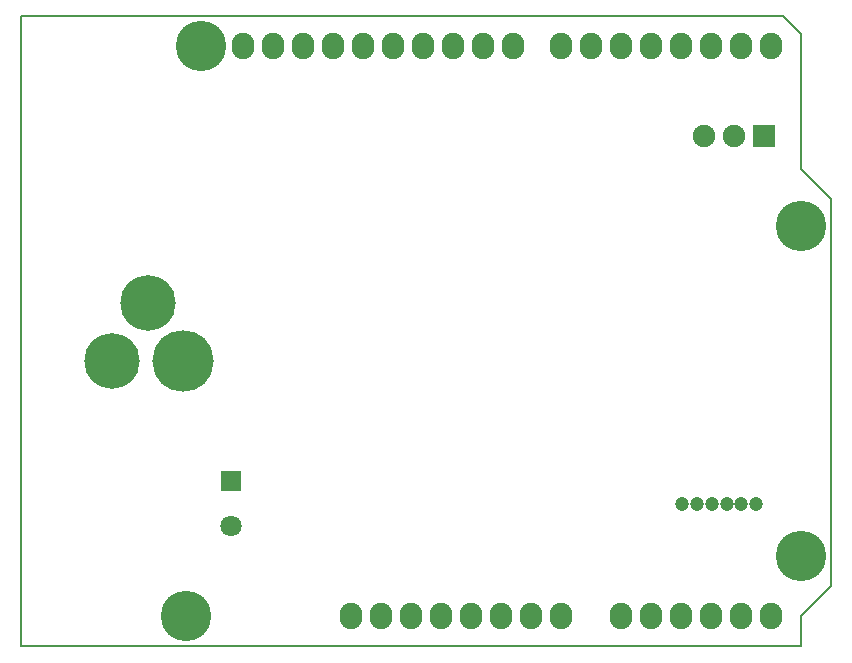
<source format=gbs>
G04 #@! TF.FileFunction,Soldermask,Bot*
%FSLAX46Y46*%
G04 Gerber Fmt 4.6, Leading zero omitted, Abs format (unit mm)*
G04 Created by KiCad (PCBNEW 4.0.6+dfsg1-1) date Mon Oct 16 00:40:44 2017*
%MOMM*%
%LPD*%
G01*
G04 APERTURE LIST*
%ADD10C,0.100000*%
%ADD11C,0.150000*%
%ADD12O,1.930400X2.235200*%
%ADD13C,4.267200*%
%ADD14R,1.803200X1.803200*%
%ADD15C,1.803200*%
%ADD16C,5.203200*%
%ADD17C,4.703200*%
%ADD18R,1.903200X1.903200*%
%ADD19O,1.903200X1.903200*%
%ADD20C,1.203200*%
G04 APERTURE END LIST*
D10*
D11*
X177038000Y-74549000D02*
X175514000Y-73025000D01*
X177038000Y-85979000D02*
X177038000Y-74549000D01*
X179578000Y-88519000D02*
X177038000Y-85979000D01*
X179578000Y-121285000D02*
X179578000Y-88519000D01*
X177038000Y-123825000D02*
X179578000Y-121285000D01*
X177038000Y-126365000D02*
X177038000Y-123825000D01*
X110998000Y-126365000D02*
X177038000Y-126365000D01*
X110998000Y-73025000D02*
X110998000Y-126365000D01*
X175514000Y-73025000D02*
X110998000Y-73025000D01*
D12*
X138938000Y-123825000D03*
X141478000Y-123825000D03*
X144018000Y-123825000D03*
X146558000Y-123825000D03*
X149098000Y-123825000D03*
X151638000Y-123825000D03*
X154178000Y-123825000D03*
X156718000Y-123825000D03*
X161798000Y-123825000D03*
X164338000Y-123825000D03*
X166878000Y-123825000D03*
X169418000Y-123825000D03*
X171958000Y-123825000D03*
X174498000Y-123825000D03*
X129794000Y-75565000D03*
X132334000Y-75565000D03*
X134874000Y-75565000D03*
X137414000Y-75565000D03*
X139954000Y-75565000D03*
X142494000Y-75565000D03*
X145034000Y-75565000D03*
X147574000Y-75565000D03*
X150114000Y-75565000D03*
X152654000Y-75565000D03*
X156718000Y-75565000D03*
X159258000Y-75565000D03*
X161798000Y-75565000D03*
X164338000Y-75565000D03*
X166878000Y-75565000D03*
X169418000Y-75565000D03*
X171958000Y-75565000D03*
X174498000Y-75565000D03*
D13*
X124968000Y-123825000D03*
X177038000Y-118745000D03*
X126238000Y-75565000D03*
X177038000Y-90805000D03*
D14*
X128778000Y-112395000D03*
D15*
X128778000Y-116195000D03*
D16*
X124698000Y-102235000D03*
D17*
X121748000Y-97335000D03*
X118698000Y-102235000D03*
D18*
X173863000Y-83185000D03*
D19*
X171323000Y-83185000D03*
X168783000Y-83185000D03*
D20*
X173228000Y-114300000D03*
X171978000Y-114300000D03*
X170728000Y-114300000D03*
X169478000Y-114300000D03*
X168228000Y-114300000D03*
X166978000Y-114300000D03*
M02*

</source>
